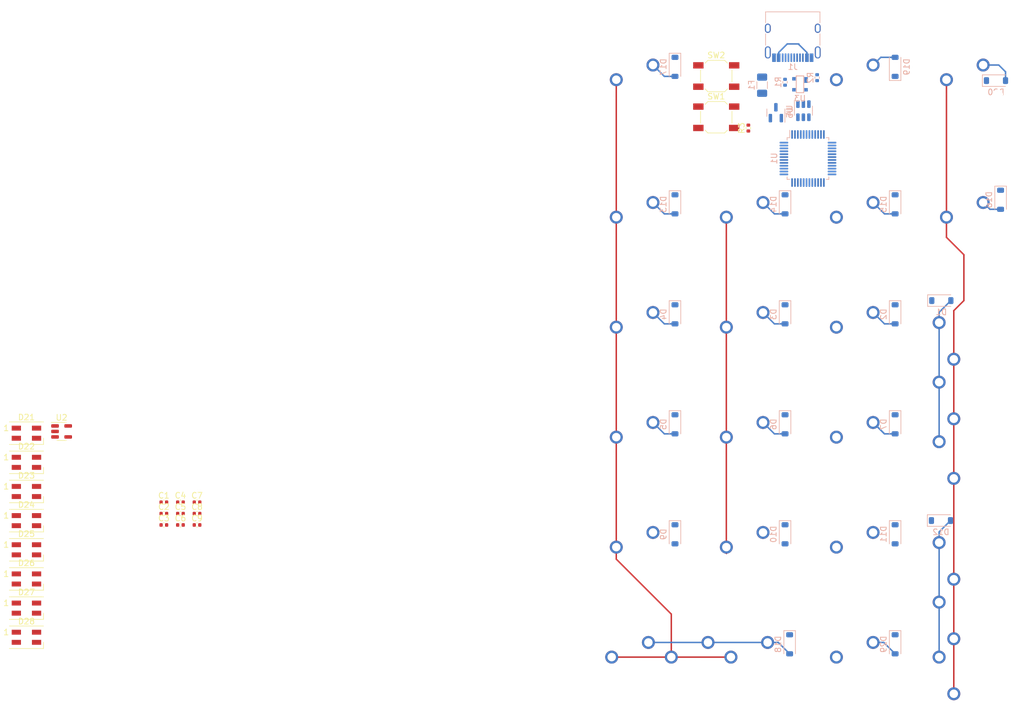
<source format=kicad_pcb>
(kicad_pcb (version 20221018) (generator pcbnew)
  (layers (0 "F.Cu" signal) (31 "B.Cu" signal) (34 "B.Paste" user) (35 "F.Paste" user) (36 "B.SilkS" user "B.Silkscreen") (37 "F.SilkS" user "F.Silkscreen") (38 "B.Mask" user) (39 "F.Mask" user) (44 "Edge.Cuts" user))
  (net 0 "")
  (net 1 "GND")
  (net 2 "NRST")
  (net 3 "+3V3")
  (net 4 "+5V")
  (net 5 "+3.3V")
  (net 6 "ROW2")
  (net 7 "Net-(D1-A)")
  (net 8 "Net-(D2-A)")
  (net 9 "Net-(D3-A)")
  (net 10 "Net-(D4-A)")
  (net 11 "ROW3")
  (net 12 "Net-(D5-A)")
  (net 13 "Net-(D6-A)")
  (net 14 "Net-(D7-A)")
  (net 15 "ROW4")
  (net 16 "Net-(D9-A)")
  (net 17 "Net-(D10-A)")
  (net 18 "Net-(D11-A)")
  (net 19 "Net-(D12-A)")
  (net 20 "ROW1")
  (net 21 "Net-(D13-A)")
  (net 22 "Net-(D14-A)")
  (net 23 "Net-(D15-A)")
  (net 24 "Net-(D16-A)")
  (net 25 "ROW0")
  (net 26 "Net-(D17-A)")
  (net 27 "Net-(D18-A)")
  (net 28 "Net-(D19-A)")
  (net 29 "Net-(D20-A)")
  (net 30 "Net-(D21-DOUT)")
  (net 31 "Net-(D21-DIN)")
  (net 32 "Net-(D22-DOUT)")
  (net 33 "Net-(D23-DOUT)")
  (net 34 "/RGB/RGBLED_5V")
  (net 35 "Net-(D25-DOUT)")
  (net 36 "Net-(D26-DOUT)")
  (net 37 "Net-(D27-DOUT)")
  (net 39 "Net-(J1-CC1)")
  (net 40 "D+")
  (net 41 "D-")
  (net 43 "Net-(J1-CC2)")
  (net 45 "COL0")
  (net 46 "COL1")
  (net 47 "COL2")
  (net 48 "COL3")
  (net 49 "BOOT0")
  (net 87 "RGBLED_3v3")
  (net 88 "ROW5")
  (net 89 "Net-(D29-A)")
  (footprint "Capacitor_SMD:C_0402_1005Metric" (layer "F.Cu") (at 41.40125 108.745)
    (fp_text reference "C4")
    (fp_text value "100nF")
  )
  (footprint "Capacitor_SMD:C_0402_1005Metric" (layer "F.Cu") (at 44.27125 108.745)
    (fp_text reference "C7")
    (fp_text value "100nF")
  )
  (footprint "MX_Only:MXOnly-1U-NoLED" (layer "F.Cu") (at 177.8 38.1)
    (fp_text reference "MX4")
    (fp_text value "MX-NoLED")
  )
  (footprint "MX_Only:MXOnly-1U-NoLED" (layer "F.Cu") (at 158.75 119.0625)
    (fp_text reference "MX19")
    (fp_text value "MX-NoLED")
  )
  (footprint "Package_TO_SOT_SMD:SOT-23-5" (layer "F.Cu") (at 20.83125 96.485)
    (fp_text reference "U2")
    (fp_text value "74AHCT1G125")
  )
  (footprint "LED_SMD:LED_SK6812MINI_PLCC4_3.5x3.5mm_P1.75mm" (layer "F.Cu") (at 14.74625 111.935)
    (fp_text reference "D24")
    (fp_text value "SK6812MINI")
  )
  (footprint "MX_Only:MXOnly-2U-ReversedStabilizers-NoLED" (layer "F.Cu") (at 130.175 138.1125)
    (fp_text reference "MX21")
    (fp_text value "MX-NoLED")
  )
  (footprint "Capacitor_SMD:C_0402_1005Metric" (layer "F.Cu") (at 38.53125 108.745)
    (fp_text reference "C1")
    (fp_text value "100nF")
  )
  (footprint "LED_SMD:LED_SK6812MINI_PLCC4_3.5x3.5mm_P1.75mm" (layer "F.Cu") (at 14.74625 116.985)
    (fp_text reference "D25")
    (fp_text value "SK6812MINI")
  )
  (footprint "LED_SMD:LED_SK6812MINI_PLCC4_3.5x3.5mm_P1.75mm" (layer "F.Cu") (at 14.74625 101.835)
    (fp_text reference "D22")
    (fp_text value "SK6812MINI")
  )
  (footprint "MX_Only:MXOnly-1U-NoLED" (layer "F.Cu") (at 158.75 38.1)
    (fp_text reference "MX3")
    (fp_text value "MX-NoLED")
  )
  (footprint "MX_Only:MXOnly-1U-NoLED" (layer "F.Cu") (at 120.65 100.0125)
    (fp_text reference "MX13")
    (fp_text value "MX-NoLED")
  )
  (footprint "MX_Only:MXOnly-1U-NoLED" (layer "F.Cu") (at 177.8 61.9125)
    (fp_text reference "MX8")
    (fp_text value "MX-NoLED")
  )
  (footprint "LED_SMD:LED_SK6812MINI_PLCC4_3.5x3.5mm_P1.75mm" (layer "F.Cu") (at 14.74625 106.885)
    (fp_text reference "D23")
    (fp_text value "SK6812MINI")
  )
  (footprint "Button_Switch_SMD:SW_SPST_SKQG_WithoutStem" (layer "F.Cu") (at 134.14375 34.925)
    (fp_text reference "SW2")
    (fp_text value "RST")
  )
  (footprint "MX_Only:MXOnly-1U-NoLED" (layer "F.Cu") (at 177.8 138.1125 90)
    (fp_text reference "MX25")
    (fp_text value "MX-NoLED")
  )
  (footprint "Capacitor_SMD:C_0402_1005Metric" (layer "F.Cu") (at 41.40125 112.685)
    (fp_text reference "C6")
    (fp_text value "100nF")
  )
  (footprint "MX_Only:MXOnly-1U-NoLED" (layer "F.Cu") (at 158.75 138.1125)
    (fp_text reference "MX24")
    (fp_text value "MX-NoLED")
  )
  (footprint "LED_SMD:LED_SK6812MINI_PLCC4_3.5x3.5mm_P1.75mm" (layer "F.Cu") (at 14.74625 132.135)
    (fp_text reference "D28")
    (fp_text value "SK6812MINI")
  )
  (footprint "MX_Only:MXOnly-1U-NoLED" (layer "F.Cu") (at 120.65 80.9625)
    (fp_text reference "MX9")
    (fp_text value "MX-NoLED")
  )
  (footprint "MX_Only:MXOnly-1U-NoLED" (layer "F.Cu") (at 139.7 80.9625)
    (fp_text reference "MX10")
    (fp_text value "MX-NoLED")
  )
  (footprint "MX_Only:MXOnly-1U-NoLED" (layer "F.Cu") (at 119.85625 138.1125)
    (fp_text reference "MX2")
    (fp_text value "MX-NoLED")
  )
  (footprint "Capacitor_SMD:C_0402_1005Metric" (layer "F.Cu") (at 38.53125 110.715)
    (fp_text reference "C2")
    (fp_text value "4.7uF")
  )
  (footprint "Resistor_SMD:R_0402_1005Metric" (layer "F.Cu") (at 139.7 43.94 90)
    (fp_text reference "R3")
    (fp_text value "10k")
  )
  (footprint "MX_Only:MXOnly-1U-NoLED" (layer "F.Cu") (at 158.75 61.9125)
    (fp_text reference "MX7")
    (fp_text value "MX-NoLED")
  )
  (footprint "MX_Only:MXOnly-1U-NoLED" (layer "F.Cu") (at 177.8 80.16875 90)
    (fp_text reference "MX12")
    (fp_text value "MX-NoLED")
  )
  (footprint "MX_Only:MXOnly-1U-NoLED" (layer "F.Cu") (at 140.49375 138.1125)
    (fp_text reference "MX26")
    (fp_text value "MX-NoLED")
  )
  (footprint "MX_Only:MXOnly-1U-NoLED" (layer "F.Cu") (at 120.65 38.1)
    (fp_text reference "MX1")
    (fp_text value "MX-NoLED")
  )
  (footprint "MX_Only:MXOnly-1U-NoLED" (layer "F.Cu") (at 177.8 100.80625 90)
    (fp_text reference "MX16")
    (fp_text value "MX-NoLED")
  )
  (footprint "Capacitor_SMD:C_0402_1005Metric" (layer "F.Cu") (at 44.27125 112.685)
    (fp_text reference "C9")
    (fp_text value "1uF")
  )
  (footprint "MX_Only:MXOnly-1U-NoLED" (layer "F.Cu") (at 139.7 119.0625)
    (fp_text reference "MX18")
    (fp_text value "MX-NoLED")
  )
  (footprint "MX_Only:MXOnly-2U-ReversedStabilizers-NoLED" (layer "F.Cu") (at 177.8 128.5875 90)
    (fp_text reference "MX23")
    (fp_text value "MX-NoLED")
  )
  (footprint "MX_Only:MXOnly-1U-NoLED" (layer "F.Cu") (at 120.65 61.9125)
    (fp_text reference "MX5")
    (fp_text value "MX-NoLED")
  )
  (footprint "Capacitor_SMD:C_0402_1005Metric" (layer "F.Cu") (at 44.27125 110.715)
    (fp_text reference "C8")
    (fp_text value "1uF")
  )
  (footprint "Capacitor_SMD:C_0402_1005Metric" (layer "F.Cu") (at 41.40125 110.715)
    (fp_text reference "C5")
    (fp_text value "100nF")
  )
  (footprint "MX_Only:MXOnly-1U-NoLED" (layer "F.Cu") (at 139.7 100.0125)
    (fp_text reference "MX14")
    (fp_text value "MX-NoLED")
  )
  (footprint "LED_SMD:LED_SK6812MINI_PLCC4_3.5x3.5mm_P1.75mm" (layer "F.Cu") (at 14.74625 127.085)
    (fp_text reference "D27")
    (fp_text value "SK6812MINI")
  )
  (footprint "LED_SMD:LED_SK6812MINI_PLCC4_3.5x3.5mm_P1.75mm" (layer "F.Cu") (at 14.74625 122.035)
    (fp_text reference "D26")
    (fp_text value "SK6812MINI")
  )
  (footprint "Capacitor_SMD:C_0402_1005Metric" (layer "F.Cu") (at 38.53125 112.685)
    (fp_text reference "C3")
    (fp_text value "100nF")
  )
  (footprint "MX_Only:MXOnly-1U-NoLED" (layer "F.Cu") (at 158.75 80.9625)
    (fp_text reference "MX11")
    (fp_text value "MX-NoLED")
  )
  (footprint "LED_SMD:LED_SK6812MINI_PLCC4_3.5x3.5mm_P1.75mm" (layer "F.Cu") (at 14.74625 96.785)
    (fp_text reference "D21")
    (fp_text value "SK6812MINI")
  )
  (footprint "MX_Only:MXOnly-1U-NoLED" (layer "F.Cu") (at 120.65 119.0625)
    (fp_text reference "MX17")
    (fp_text value "MX-NoLED")
  )
  (footprint "Button_Switch_SMD:SW_SPST_SKQG_WithoutStem" (layer "F.Cu") (at 134.14375 42.06875)
    (fp_text reference "SW1")
    (fp_text value "RST")
  )
  (footprint "MX_Only:MXOnly-1U-NoLED" (layer "F.Cu") (at 158.75 100.0125)
    (fp_text reference "MX15")
    (fp_text value "MX-NoLED")
  )
  (footprint "MX_Only:MXOnly-2U-ReversedStabilizers-NoLED" (layer "F.Cu") (at 177.8 90.4875 90)
    (fp_text reference "MX22")
    (fp_text value "MX-NoLED")
  )
  (footprint "MX_Only:MXOnly-1U-NoLED" (layer "F.Cu") (at 177.8 118.26875 90)
    (fp_text reference "MX20")
    (fp_text value "MX-NoLED")
  )
  (footprint "MX_Only:MXOnly-1U-NoLED" (layer "F.Cu") (at 139.7 61.9125)
    (fp_text reference "MX6")
    (fp_text value "MX-NoLED")
  )
  (footprint "Diode_SMD:D_SOD-123" (layer "B.Cu") (at 127 33.3375 -90)
    (fp_text reference "D17")
    (fp_text value "SOD-123")
  )
  (footprint "Connector_USB:USB_C_Receptacle_HRO_TYPE-C-31-M-12" (layer "B.Cu") (at 147.3875 27.705)
    (fp_text reference "J1")
    (fp_text value "USB_C_Receptacle_USB2.0_16P")
  )
  (footprint "Resistor_SMD:R_0402_1005Metric" (layer "B.Cu") (at 146.05 36.0025 -90)
    (fp_text reference "R1")
    (fp_text value "5k1")
  )
  (footprint "Diode_SMD:D_SOD-123" (layer "B.Cu") (at 146.84375 133.35 -90)
    (fp_text reference "D18")
    (fp_text value "SOD-123")
  )
  (footprint "Diode_SMD:D_SOD-123" (layer "B.Cu") (at 173.0375 111.91875)
    (fp_text reference "D12")
    (fp_text value "SOD-123")
  )
  (footprint "Resistor_SMD:R_0402_1005Metric" (layer "B.Cu") (at 151.60625 35.20875 -90)
    (fp_text reference "R2")
    (fp_text value "5k1")
  )
  (footprint "Diode_SMD:D_SOD-123" (layer "B.Cu") (at 146.05 114.3 -90)
    (fp_text reference "D10")
    (fp_text value "SOD-123")
  )
  (footprint "Diode_SMD:D_SOD-123" (layer "B.Cu") (at 165.1 57.15 -90)
    (fp_text reference "D15")
    (fp_text value "SOD-123")
  )
  (footprint "Diode_SMD:D_SOD-123" (layer "B.Cu") (at 165.1 133.35 -90)
    (fp_text reference "D29")
    (fp_text value "SOD-123")
  )
  (footprint "Diode_SMD:D_SOD-123" (layer "B.Cu") (at 165.1 76.2 -90)
    (fp_text reference "D2")
    (fp_text value "SOD-123")
  )
  (footprint "Diode_SMD:D_SOD-123" (layer "B.Cu") (at 165.1 114.3 -90)
    (fp_text reference "D11")
    (fp_text value "SOD-123")
  )
  (footprint "Package_TO_SOT_SMD:SOT-23" (layer "B.Cu") (at 144.4625 41.275 90)
    (fp_text reference "U5")
    (fp_text value "XC6206PxxxMR-Regulator_Linear")
  )
  (footprint "random-keyboard-parts:SOT143B" (layer "B.Cu") (at 148.6375 36.35625 180)
    (fp_text reference "U3")
    (fp_text value "PRTR5V0U2X")
  )
  (footprint "Diode_SMD:D_SOD-123" (layer "B.Cu") (at 127 57.15 -90)
    (fp_text reference "D13")
    (fp_text value "SOD-123")
  )
  (footprint "Diode_SMD:D_SOD-123" (layer "B.Cu") (at 182.5625 35.71875)
    (fp_text reference "D20")
    (fp_text value "SOD-123")
  )
  (footprint "Package_QFP:LQFP-48_7x7mm_P0.5mm" (layer "B.Cu") (at 150.01875 49.2125 -90)
    (fp_text reference "U1")
    (fp_text value "STM32F072CBTx")
  )
  (footprint "Diode_SMD:D_SOD-123" (layer "B.Cu") (at 146.05 57.15 -90)
    (fp_text reference "D14")
    (fp_text value "SOD-123")
  )
  (footprint "Package_TO_SOT_SMD:SOT-23-6" (layer "B.Cu") (at 149.225 40.93125 -90)
    (fp_text reference "U4")
    (fp_text value "USBLC6-2SC6")
  )
  (footprint "Diode_SMD:D_SOD-123" (layer "B.Cu") (at 183.35625 56.35625 -90)
    (fp_text reference "D16")
    (fp_text value "SOD-123")
  )
  (footprint "Diode_SMD:D_SOD-123" (layer "B.Cu") (at 146.05 76.2 -90)
    (fp_text reference "D3")
    (fp_text value "SOD-123")
  )
  (footprint "Diode_SMD:D_SOD-123" (layer "B.Cu") (at 165.1 33.3375 90)
    (fp_text reference "D19")
    (fp_text value "SOD-123")
  )
  (footprint "Diode_SMD:D_SOD-123" (layer "B.Cu") (at 127 114.3 -90)
    (fp_text reference "D9")
    (fp_text value "SOD-123")
  )
  (footprint "Diode_SMD:D_SOD-123" (layer "B.Cu") (at 146.05 95.25 -90)
    (fp_text reference "D6")
    (fp_text value "SOD-123")
  )
  (footprint "Diode_SMD:D_SOD-123" (layer "B.Cu") (at 173.1 73.81875)
    (fp_text reference "D1")
    (fp_text value "SOD-123")
  )
  (footprint "Diode_SMD:D_SOD-123" (layer "B.Cu") (at 127 95.25 -90)
    (fp_text reference "D5")
    (fp_text value "SOD-123")
  )
  (footprint "Fuse:Fuse_1206_3216Metric" (layer "B.Cu") (at 142.08125 36.5125 -90)
    (fp_text reference "F1")
    (fp_text value "500mA")
  )
  (footprint "Diode_SMD:D_SOD-123" (layer "B.Cu") (at 165.1 95.25 -90)
    (fp_text reference "D7")
    (fp_text value "SOD-123")
  )
  (footprint "Diode_SMD:D_SOD-123" (layer "B.Cu") (at 127 76.2 -90)
    (fp_text reference "D4")
    (fp_text value "SOD-123")
  )
  (segment (start 144.9375 30.857778) (end 146.426528 29.36875) (width 0.254) (layer "B.Cu") (net 4))
  (segment (start 148.43125 29.36875) (end 148.43125 29.451528) (width 0.254) (layer "B.Cu") (net 4))
  (segment (start 146.426528 29.36875) (end 148.43125 29.36875) (width 0.254) (layer "B.Cu") (net 4))
  (segment (start 149.8375 30.857778) (end 149.8375 31.75) (width 0.254) (layer "B.Cu") (net 4))
  (segment (start 148.43125 29.451528) (end 149.8375 30.857778) (width 0.254) (layer "B.Cu") (net 4))
  (segment (start 144.9375 31.75) (end 144.9375 30.857778) (width 0.254) (layer "B.Cu") (net 4))
  (segment (start 172.72 75.84875) (end 174.75 73.81875) (width 0.254) (layer "B.Cu") (net 7))
  (segment (start 172.72 77.62875) (end 172.72 75.84875) (width 0.254) (layer "B.Cu") (net 7))
  (segment (start 172.72 77.62875) (end 172.72 98.26625) (width 0.254) (layer "B.Cu") (net 7))
  (segment (start 165.1 77.85) (end 163.2575 77.85) (width 0.254) (layer "B.Cu") (net 8))
  (segment (start 163.2575 77.85) (end 161.29 75.8825) (width 0.254) (layer "B.Cu") (net 8))
  (segment (start 144.2075 77.85) (end 142.24 75.8825) (width 0.254) (layer "B.Cu") (net 9))
  (segment (start 146.05 77.85) (end 144.2075 77.85) (width 0.254) (layer "B.Cu") (net 9))
  (segment (start 125.1575 77.85) (end 123.19 75.8825) (width 0.254) (layer "B.Cu") (net 10))
  (segment (start 127 77.85) (end 125.1575 77.85) (width 0.254) (layer "B.Cu") (net 10))
  (segment (start 125.1575 96.9) (end 127 96.9) (width 0.254) (layer "B.Cu") (net 12))
  (segment (start 123.19 94.9325) (end 125.1575 96.9) (width 0.254) (layer "B.Cu") (net 12))
  (segment (start 144.2075 96.9) (end 142.24 94.9325) (width 0.254) (layer "B.Cu") (net 13))
  (segment (start 146.05 96.9) (end 144.2075 96.9) (width 0.254) (layer "B.Cu") (net 13))
  (segment (start 161.29 94.9325) (end 163.195 96.8375) (width 0.254) (layer "B.Cu") (net 14))
  (segment (start 165.1 96.9) (end 163.2575 96.9) (width 0.254) (layer "B.Cu") (net 14))
  (segment (start 163.2575 96.9) (end 161.29 94.9325) (width 0.254) (layer "B.Cu") (net 14))
  (segment (start 172.72 113.88625) (end 174.6875 111.91875) (width 0.254) (layer "B.Cu") (net 19))
  (segment (start 172.72 135.5725) (end 172.72 113.88625) (width 0.254) (layer "B.Cu") (net 19))
  (segment (start 125.1575 58.8) (end 123.19 56.8325) (width 0.254) (layer "B.Cu") (net 21))
  (segment (start 127 58.8) (end 125.1575 58.8) (width 0.254) (layer "B.Cu") (net 21))
  (segment (start 144.2075 58.8) (end 142.24 56.8325) (width 0.254) (layer "B.Cu") (net 22))
  (segment (start 146.05 58.8) (end 144.2075 58.8) (width 0.254) (layer "B.Cu") (net 22))
  (segment (start 163.2575 58.8) (end 161.29 56.8325) (width 0.254) (layer "B.Cu") (net 23))
  (segment (start 165.1 58.8) (end 163.2575 58.8) (width 0.254) (layer "B.Cu") (net 23))
  (segment (start 183.35625 58.00625) (end 181.51375 58.00625) (width 0.254) (layer "B.Cu") (net 24))
  (segment (start 181.51375 58.00625) (end 180.34 56.8325) (width 0.254) (layer "B.Cu") (net 24))
  (segment (start 127 34.9875) (end 125.1575 34.9875) (width 0.254) (layer "B.Cu") (net 26))
  (segment (start 125.1575 34.9875) (end 123.19 33.02) (width 0.254) (layer "B.Cu") (net 26))
  (segment (start 144.87625 133.0325) (end 146.84375 135) (width 0.254) (layer "B.Cu") (net 27))
  (segment (start 122.39625 133.0325) (end 144.87625 133.0325) (width 0.254) (layer "B.Cu") (net 27))
  (segment (start 162.6225 31.6875) (end 165.1 31.6875) (width 0.254) (layer "B.Cu") (net 28))
  (segment (start 161.29 33.02) (end 162.6225 31.6875) (width 0.254) (layer "B.Cu") (net 28))
  (segment (start 183.03875 33.02) (end 184.2125 34.19375) (width 0.254) (layer "B.Cu") (net 29))
  (segment (start 180.34 33.02) (end 183.03875 33.02) (width 0.254) (layer "B.Cu") (net 29))
  (segment (start 184.2125 34.19375) (end 184.2125 35.71875) (width 0.254) (layer "B.Cu") (net 29))
  (segment (start 116.84 35.56) (end 116.84 116.5225) (width 0.254) (layer "F.Cu") (net 45))
  (segment (start 116.84 118.605459) (end 126.365 128.130459) (width 0.254) (layer "F.Cu") (net 45))
  (segment (start 116.84 116.5225) (end 116.84 118.605459) (width 0.254) (layer "F.Cu") (net 45))
  (segment (start 126.365 128.130459) (end 126.365 135.5725) (width 0.254) (layer "F.Cu") (net 45))
  (segment (start 116.04625 135.5725) (end 136.68375 135.5725) (width 0.254) (layer "F.Cu") (net 45))
  (segment (start 135.89 59.3725) (end 135.89 117.63375) (width 0.254) (layer "F.Cu") (net 46))
  (segment (start 175.26 141.9225) (end 175.26 75.565) (width 0.254) (layer "F.Cu") (net 48))
  (segment (start 177.00625 65.88125) (end 173.99 62.865) (width 0.254) (layer "F.Cu") (net 48))
  (segment (start 173.99 59.3725) (end 173.99 35.56) (width 0.254) (layer "F.Cu") (net 48))
  (segment (start 173.99 62.865) (end 173.99 59.3725) (width 0.254) (layer "F.Cu") (net 48))
  (segment (start 175.26 75.565) (end 177.00625 73.81875) (width 0.254) (layer "F.Cu") (net 48))
  (segment (start 177.00625 73.81875) (end 177.00625 65.88125) (width 0.254) (layer "F.Cu") (net 48))
  (segment (start 163.1325 133.0325) (end 165.1 135) (width 0.254) (layer "B.Cu") (net 89))
  (segment (start 161.29 133.0325) (end 163.1325 133.0325) (width 0.254) (layer "B.Cu") (net 89))
)
</source>
